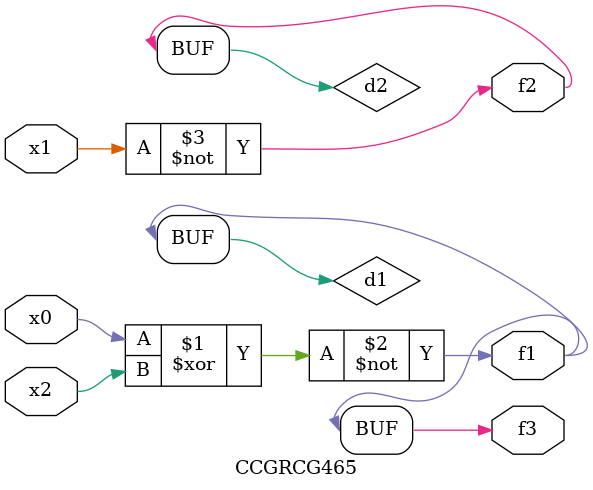
<source format=v>
module CCGRCG465(
	input x0, x1, x2,
	output f1, f2, f3
);

	wire d1, d2, d3;

	xnor (d1, x0, x2);
	nand (d2, x1);
	nor (d3, x1, x2);
	assign f1 = d1;
	assign f2 = d2;
	assign f3 = d1;
endmodule

</source>
